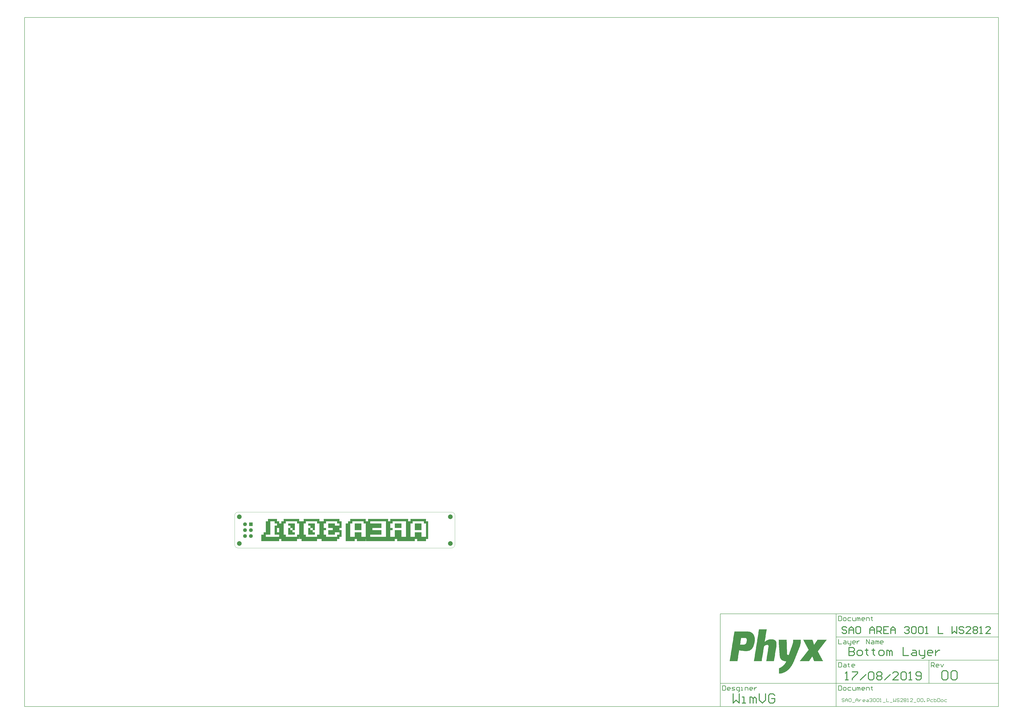
<source format=gbl>
G04*
G04 #@! TF.GenerationSoftware,Altium Limited,Altium Designer,18.1.7 (191)*
G04*
G04 Layer_Physical_Order=2*
G04 Layer_Color=16711680*
%FSLAX25Y25*%
%MOIN*%
G70*
G01*
G75*
%ADD10C,0.01575*%
%ADD12C,0.00787*%
%ADD15C,0.00394*%
%ADD16C,0.00984*%
%ADD25C,0.07874*%
%ADD26C,0.06496*%
%ADD27R,0.06496X0.06496*%
G36*
X324938Y45566D02*
X328706D01*
Y41837D01*
Y38029D01*
Y34220D01*
Y30452D01*
Y26643D01*
Y22835D01*
Y19106D01*
Y15378D01*
X324938D01*
Y11649D01*
X309824D01*
Y15378D01*
X306015D01*
Y11649D01*
X290901D01*
Y15378D01*
X290861D01*
Y11649D01*
X275747D01*
Y15378D01*
X271938D01*
Y11649D01*
X256825D01*
Y15378D01*
X256785D01*
Y11649D01*
X222748D01*
Y15378D01*
X222708D01*
Y11649D01*
X207594D01*
Y15378D01*
X203785D01*
Y11649D01*
X188672D01*
Y15378D01*
Y19106D01*
Y22835D01*
Y26643D01*
Y30452D01*
Y34220D01*
Y38029D01*
Y41837D01*
X192400D01*
Y45566D01*
X196209D01*
Y49374D01*
X222708D01*
Y45566D01*
X226477D01*
Y49374D01*
X260553D01*
Y45566D01*
X264362D01*
Y49374D01*
X294630D01*
Y45566D01*
X298438D01*
Y49374D01*
X324938D01*
Y45566D01*
D02*
G37*
G36*
X177847D02*
X181616D01*
Y41837D01*
Y38029D01*
Y34220D01*
X177847D01*
Y30452D01*
X181616D01*
Y26643D01*
Y22835D01*
Y19106D01*
X177847D01*
Y15378D01*
X174039D01*
Y11649D01*
X147539D01*
Y15378D01*
X143811D01*
Y19106D01*
X143771D01*
Y15378D01*
X139962D01*
Y11649D01*
X113463D01*
Y15378D01*
X109734D01*
Y19106D01*
X109694D01*
Y15378D01*
X105886D01*
Y11649D01*
X79386D01*
Y15378D01*
X75618D01*
Y11649D01*
X45310D01*
Y15378D01*
Y19106D01*
Y22835D01*
X49118D01*
Y26643D01*
X52887D01*
Y30452D01*
Y34220D01*
Y38029D01*
Y41837D01*
Y45566D01*
X56695D01*
Y49374D01*
X71809D01*
Y45566D01*
X75618D01*
Y41837D01*
Y38029D01*
Y34220D01*
X71809D01*
Y30452D01*
Y26643D01*
X75658D01*
Y30452D01*
Y34220D01*
Y38029D01*
Y41837D01*
X79386D01*
Y45566D01*
X83195D01*
Y49374D01*
X109694D01*
Y45566D01*
X117271D01*
Y49374D01*
X143771D01*
Y45566D01*
X151348D01*
Y49374D01*
X177847D01*
Y45566D01*
D02*
G37*
G36*
X1005337Y-155808D02*
X1005050D01*
Y-156094D01*
X1004764D01*
Y-156380D01*
Y-156667D01*
X1004478D01*
Y-156953D01*
X1004192D01*
Y-157239D01*
X1003905D01*
Y-157526D01*
Y-157812D01*
X1003619D01*
Y-158098D01*
X1003333D01*
Y-158385D01*
X1003046D01*
Y-158671D01*
X1002760D01*
Y-158957D01*
Y-159244D01*
X1002474D01*
Y-159530D01*
X1002187D01*
Y-159816D01*
X1001901D01*
Y-160102D01*
Y-160389D01*
X1001615D01*
Y-160675D01*
X1001328D01*
Y-160961D01*
X1001042D01*
Y-161248D01*
X1000756D01*
Y-161534D01*
Y-161820D01*
X1000469D01*
Y-162107D01*
X1000183D01*
Y-162393D01*
X999897D01*
Y-162679D01*
Y-162966D01*
X999611D01*
Y-163252D01*
X999324D01*
Y-163538D01*
X999038D01*
Y-163824D01*
Y-164111D01*
X998752D01*
Y-164397D01*
X998465D01*
Y-164683D01*
X998179D01*
Y-164970D01*
X997893D01*
Y-165256D01*
Y-165542D01*
X997606D01*
Y-165829D01*
X997320D01*
Y-166115D01*
X997034D01*
Y-166401D01*
Y-166688D01*
X996747D01*
Y-166974D01*
X996461D01*
Y-167260D01*
X996175D01*
Y-167547D01*
Y-167833D01*
X995889D01*
Y-168119D01*
X995602D01*
Y-168405D01*
X995316D01*
Y-168692D01*
X995030D01*
Y-168978D01*
Y-169264D01*
X994743D01*
Y-169551D01*
X994457D01*
Y-169837D01*
X994171D01*
Y-170123D01*
Y-170410D01*
X993884D01*
Y-170696D01*
X993598D01*
Y-170982D01*
X993312D01*
Y-171269D01*
Y-171555D01*
X993025D01*
Y-171841D01*
X992739D01*
Y-172127D01*
X992453D01*
Y-172414D01*
X992166D01*
Y-172700D01*
Y-172986D01*
X991880D01*
Y-173273D01*
X991594D01*
Y-173559D01*
X991308D01*
Y-173845D01*
Y-174132D01*
X991021D01*
Y-174418D01*
X990735D01*
Y-174704D01*
X990449D01*
Y-174991D01*
X990162D01*
Y-175277D01*
Y-175563D01*
X990449D01*
Y-175850D01*
Y-176136D01*
X990735D01*
Y-176422D01*
Y-176709D01*
X991021D01*
Y-176995D01*
X991308D01*
Y-177281D01*
Y-177568D01*
X991594D01*
Y-177854D01*
Y-178140D01*
X991880D01*
Y-178426D01*
Y-178713D01*
X992166D01*
Y-178999D01*
Y-179285D01*
X992453D01*
Y-179572D01*
Y-179858D01*
X992739D01*
Y-180144D01*
Y-180431D01*
X993025D01*
Y-180717D01*
Y-181003D01*
X993312D01*
Y-181290D01*
Y-181576D01*
X993598D01*
Y-181862D01*
X993884D01*
Y-182149D01*
Y-182435D01*
X994171D01*
Y-182721D01*
Y-183007D01*
X994457D01*
Y-183294D01*
Y-183580D01*
X994743D01*
Y-183866D01*
Y-184153D01*
X995030D01*
Y-184439D01*
Y-184725D01*
X995316D01*
Y-185012D01*
Y-185298D01*
X995602D01*
Y-185584D01*
Y-185871D01*
X995889D01*
Y-186157D01*
X996175D01*
Y-186443D01*
Y-186730D01*
X996461D01*
Y-187016D01*
Y-187302D01*
X996747D01*
Y-187588D01*
Y-187875D01*
X997034D01*
Y-188161D01*
Y-188447D01*
X997320D01*
Y-188734D01*
Y-189020D01*
X997606D01*
Y-189306D01*
Y-189593D01*
X997893D01*
Y-189879D01*
Y-190165D01*
X998179D01*
Y-190452D01*
X998465D01*
Y-190738D01*
Y-191024D01*
X998752D01*
Y-191311D01*
Y-191597D01*
X999038D01*
Y-191883D01*
X983863D01*
Y-191597D01*
X983577D01*
Y-191311D01*
Y-191024D01*
Y-190738D01*
X983291D01*
Y-190452D01*
Y-190165D01*
Y-189879D01*
X983004D01*
Y-189593D01*
Y-189306D01*
X982718D01*
Y-189020D01*
Y-188734D01*
Y-188447D01*
X982432D01*
Y-188161D01*
Y-187875D01*
Y-187588D01*
X982146D01*
Y-187302D01*
Y-187016D01*
X981859D01*
Y-186730D01*
Y-186443D01*
Y-186157D01*
X981573D01*
Y-185871D01*
Y-185584D01*
Y-185298D01*
X981287D01*
Y-185012D01*
Y-184725D01*
Y-184439D01*
X981000D01*
Y-184153D01*
X980428D01*
Y-184439D01*
Y-184725D01*
X980141D01*
Y-185012D01*
X979855D01*
Y-185298D01*
Y-185584D01*
X979569D01*
Y-185871D01*
X979282D01*
Y-186157D01*
Y-186443D01*
X978996D01*
Y-186730D01*
X978710D01*
Y-187016D01*
Y-187302D01*
X978423D01*
Y-187588D01*
X978137D01*
Y-187875D01*
X977851D01*
Y-188161D01*
Y-188447D01*
X977565D01*
Y-188734D01*
X977278D01*
Y-189020D01*
Y-189306D01*
X976992D01*
Y-189593D01*
X976705D01*
Y-189879D01*
Y-190165D01*
X976419D01*
Y-190452D01*
X976133D01*
Y-190738D01*
Y-191024D01*
X975847D01*
Y-191311D01*
X975560D01*
Y-191597D01*
Y-191883D01*
X959527D01*
Y-191597D01*
X959813D01*
Y-191311D01*
X960099D01*
Y-191024D01*
X960386D01*
Y-190738D01*
X960672D01*
Y-190452D01*
Y-190165D01*
X960958D01*
Y-189879D01*
X961245D01*
Y-189593D01*
X961531D01*
Y-189306D01*
X961817D01*
Y-189020D01*
Y-188734D01*
X962104D01*
Y-188447D01*
X962390D01*
Y-188161D01*
X962676D01*
Y-187875D01*
Y-187588D01*
X962963D01*
Y-187302D01*
X963249D01*
Y-187016D01*
X963535D01*
Y-186730D01*
X963822D01*
Y-186443D01*
Y-186157D01*
X964108D01*
Y-185871D01*
X964394D01*
Y-185584D01*
X964680D01*
Y-185298D01*
X964967D01*
Y-185012D01*
Y-184725D01*
X965253D01*
Y-184439D01*
X965539D01*
Y-184153D01*
X965826D01*
Y-183866D01*
Y-183580D01*
X966112D01*
Y-183294D01*
X966398D01*
Y-183007D01*
X966685D01*
Y-182721D01*
X966971D01*
Y-182435D01*
Y-182149D01*
X967257D01*
Y-181862D01*
X967544D01*
Y-181576D01*
X967830D01*
Y-181290D01*
Y-181003D01*
X968116D01*
Y-180717D01*
X968402D01*
Y-180431D01*
X968689D01*
Y-180144D01*
X968975D01*
Y-179858D01*
Y-179572D01*
X969261D01*
Y-179285D01*
X969548D01*
Y-178999D01*
X969834D01*
Y-178713D01*
Y-178426D01*
X970120D01*
Y-178140D01*
X970407D01*
Y-177854D01*
X970693D01*
Y-177568D01*
X970979D01*
Y-177281D01*
Y-176995D01*
X971266D01*
Y-176709D01*
X971552D01*
Y-176422D01*
X971838D01*
Y-176136D01*
X972124D01*
Y-175850D01*
Y-175563D01*
X972411D01*
Y-175277D01*
X972697D01*
Y-174991D01*
X972983D01*
Y-174704D01*
Y-174418D01*
X973270D01*
Y-174132D01*
X973556D01*
Y-173845D01*
X973842D01*
Y-173559D01*
X974129D01*
Y-173273D01*
Y-172986D01*
X974415D01*
Y-172700D01*
Y-172414D01*
Y-172127D01*
X974129D01*
Y-171841D01*
X973842D01*
Y-171555D01*
Y-171269D01*
X973556D01*
Y-170982D01*
Y-170696D01*
X973270D01*
Y-170410D01*
Y-170123D01*
X972983D01*
Y-169837D01*
Y-169551D01*
X972697D01*
Y-169264D01*
Y-168978D01*
X972411D01*
Y-168692D01*
Y-168405D01*
X972124D01*
Y-168119D01*
X971838D01*
Y-167833D01*
Y-167547D01*
X971552D01*
Y-167260D01*
Y-166974D01*
X971266D01*
Y-166688D01*
Y-166401D01*
X970979D01*
Y-166115D01*
Y-165829D01*
X970693D01*
Y-165542D01*
Y-165256D01*
X970407D01*
Y-164970D01*
Y-164683D01*
X970120D01*
Y-164397D01*
X969834D01*
Y-164111D01*
Y-163824D01*
X969548D01*
Y-163538D01*
Y-163252D01*
X969261D01*
Y-162966D01*
Y-162679D01*
X968975D01*
Y-162393D01*
Y-162107D01*
X968689D01*
Y-161820D01*
Y-161534D01*
X968402D01*
Y-161248D01*
Y-160961D01*
X968116D01*
Y-160675D01*
Y-160389D01*
X967830D01*
Y-160102D01*
X967544D01*
Y-159816D01*
Y-159530D01*
X967257D01*
Y-159244D01*
Y-158957D01*
X966971D01*
Y-158671D01*
Y-158385D01*
X966685D01*
Y-158098D01*
Y-157812D01*
X966398D01*
Y-157526D01*
Y-157239D01*
X966112D01*
Y-156953D01*
Y-156667D01*
X965826D01*
Y-156380D01*
X965539D01*
Y-156094D01*
Y-155808D01*
X965253D01*
Y-155521D01*
X981000D01*
Y-155808D01*
X981287D01*
Y-156094D01*
Y-156380D01*
Y-156667D01*
X981573D01*
Y-156953D01*
Y-157239D01*
Y-157526D01*
X981859D01*
Y-157812D01*
Y-158098D01*
Y-158385D01*
X982146D01*
Y-158671D01*
Y-158957D01*
Y-159244D01*
X982432D01*
Y-159530D01*
Y-159816D01*
Y-160102D01*
X982718D01*
Y-160389D01*
Y-160675D01*
Y-160961D01*
X983004D01*
Y-161248D01*
Y-161534D01*
Y-161820D01*
X983291D01*
Y-162107D01*
Y-162393D01*
Y-162679D01*
X983577D01*
Y-162966D01*
Y-163252D01*
Y-163538D01*
Y-163824D01*
X984150D01*
Y-163538D01*
X984436D01*
Y-163252D01*
X984722D01*
Y-162966D01*
Y-162679D01*
X985009D01*
Y-162393D01*
X985295D01*
Y-162107D01*
Y-161820D01*
X985581D01*
Y-161534D01*
X985868D01*
Y-161248D01*
Y-160961D01*
X986154D01*
Y-160675D01*
X986440D01*
Y-160389D01*
Y-160102D01*
X986726D01*
Y-159816D01*
X987013D01*
Y-159530D01*
Y-159244D01*
X987299D01*
Y-158957D01*
X987585D01*
Y-158671D01*
Y-158385D01*
X987872D01*
Y-158098D01*
X988158D01*
Y-157812D01*
Y-157526D01*
X988444D01*
Y-157239D01*
X988731D01*
Y-156953D01*
Y-156667D01*
X989017D01*
Y-156380D01*
X989303D01*
Y-156094D01*
Y-155808D01*
X989590D01*
Y-155521D01*
X1005337D01*
Y-155808D01*
D02*
G37*
G36*
X872201Y-141778D02*
X873919D01*
Y-142065D01*
X874778D01*
Y-142351D01*
X875637D01*
Y-142637D01*
X876496D01*
Y-142924D01*
X877069D01*
Y-143210D01*
X877355D01*
Y-143496D01*
X877928D01*
Y-143783D01*
X878214D01*
Y-144069D01*
X878786D01*
Y-144355D01*
X879073D01*
Y-144641D01*
X879359D01*
Y-144928D01*
X879646D01*
Y-145214D01*
X879932D01*
Y-145501D01*
X880218D01*
Y-145787D01*
X880504D01*
Y-146073D01*
Y-146359D01*
X880791D01*
Y-146646D01*
X881077D01*
Y-146932D01*
Y-147218D01*
X881363D01*
Y-147505D01*
X881650D01*
Y-147791D01*
Y-148077D01*
X881936D01*
Y-148364D01*
Y-148650D01*
Y-148936D01*
X882222D01*
Y-149223D01*
Y-149509D01*
Y-149795D01*
X882509D01*
Y-150082D01*
Y-150368D01*
Y-150654D01*
Y-150940D01*
X882795D01*
Y-151227D01*
Y-151513D01*
Y-151799D01*
Y-152086D01*
Y-152372D01*
X883081D01*
Y-152658D01*
Y-152945D01*
Y-153231D01*
Y-153517D01*
Y-153804D01*
Y-154090D01*
Y-154376D01*
Y-154663D01*
Y-154949D01*
Y-155235D01*
Y-155521D01*
Y-155808D01*
Y-156094D01*
Y-156380D01*
Y-156667D01*
Y-156953D01*
Y-157239D01*
Y-157526D01*
Y-157812D01*
Y-158098D01*
X882795D01*
Y-158385D01*
Y-158671D01*
Y-158957D01*
Y-159244D01*
Y-159530D01*
Y-159816D01*
Y-160102D01*
X882509D01*
Y-160389D01*
Y-160675D01*
Y-160961D01*
Y-161248D01*
Y-161534D01*
X882222D01*
Y-161820D01*
Y-162107D01*
Y-162393D01*
Y-162679D01*
Y-162966D01*
X881936D01*
Y-163252D01*
Y-163538D01*
Y-163824D01*
X881650D01*
Y-164111D01*
Y-164397D01*
Y-164683D01*
Y-164970D01*
X881363D01*
Y-165256D01*
Y-165542D01*
Y-165829D01*
X881077D01*
Y-166115D01*
Y-166401D01*
X880791D01*
Y-166688D01*
Y-166974D01*
Y-167260D01*
X880504D01*
Y-167547D01*
Y-167833D01*
X880218D01*
Y-168119D01*
Y-168405D01*
X879932D01*
Y-168692D01*
Y-168978D01*
X879646D01*
Y-169264D01*
X879359D01*
Y-169551D01*
Y-169837D01*
X879073D01*
Y-170123D01*
X878786D01*
Y-170410D01*
X878500D01*
Y-170696D01*
Y-170982D01*
X878214D01*
Y-171269D01*
X877928D01*
Y-171555D01*
X877641D01*
Y-171841D01*
X877355D01*
Y-172127D01*
X877069D01*
Y-172414D01*
X876496D01*
Y-172700D01*
X876210D01*
Y-172986D01*
X875637D01*
Y-173273D01*
X875351D01*
Y-173559D01*
X874778D01*
Y-173845D01*
X873919D01*
Y-174132D01*
X873060D01*
Y-174418D01*
X872201D01*
Y-174704D01*
X870483D01*
Y-174991D01*
X865330D01*
Y-174704D01*
X862753D01*
Y-174418D01*
X860749D01*
Y-174132D01*
X859317D01*
Y-173845D01*
X857886D01*
Y-173559D01*
X856454D01*
Y-173845D01*
Y-174132D01*
Y-174418D01*
Y-174704D01*
Y-174991D01*
Y-175277D01*
Y-175563D01*
X856168D01*
Y-175850D01*
Y-176136D01*
Y-176422D01*
Y-176709D01*
Y-176995D01*
Y-177281D01*
X855882D01*
Y-177568D01*
Y-177854D01*
Y-178140D01*
Y-178426D01*
Y-178713D01*
Y-178999D01*
X855595D01*
Y-179285D01*
Y-179572D01*
Y-179858D01*
Y-180144D01*
Y-180431D01*
Y-180717D01*
Y-181003D01*
X855309D01*
Y-181290D01*
Y-181576D01*
Y-181862D01*
Y-182149D01*
Y-182435D01*
Y-182721D01*
X855023D01*
Y-183007D01*
Y-183294D01*
Y-183580D01*
Y-183866D01*
Y-184153D01*
Y-184439D01*
X854736D01*
Y-184725D01*
Y-185012D01*
Y-185298D01*
Y-185584D01*
Y-185871D01*
Y-186157D01*
Y-186443D01*
X854450D01*
Y-186730D01*
Y-187016D01*
Y-187302D01*
Y-187588D01*
Y-187875D01*
Y-188161D01*
X854164D01*
Y-188447D01*
Y-188734D01*
Y-189020D01*
Y-189306D01*
Y-189593D01*
Y-189879D01*
X853877D01*
Y-190165D01*
Y-190452D01*
Y-190738D01*
Y-191024D01*
Y-191311D01*
Y-191597D01*
Y-191883D01*
X840421D01*
Y-191597D01*
X840707D01*
Y-191311D01*
Y-191024D01*
Y-190738D01*
Y-190452D01*
Y-190165D01*
X840993D01*
Y-189879D01*
Y-189593D01*
Y-189306D01*
Y-189020D01*
Y-188734D01*
Y-188447D01*
Y-188161D01*
X841280D01*
Y-187875D01*
Y-187588D01*
Y-187302D01*
Y-187016D01*
Y-186730D01*
Y-186443D01*
X841566D01*
Y-186157D01*
Y-185871D01*
Y-185584D01*
Y-185298D01*
Y-185012D01*
Y-184725D01*
X841852D01*
Y-184439D01*
Y-184153D01*
Y-183866D01*
Y-183580D01*
Y-183294D01*
Y-183007D01*
Y-182721D01*
X842138D01*
Y-182435D01*
Y-182149D01*
Y-181862D01*
Y-181576D01*
Y-181290D01*
Y-181003D01*
X842425D01*
Y-180717D01*
Y-180431D01*
Y-180144D01*
Y-179858D01*
Y-179572D01*
Y-179285D01*
X842711D01*
Y-178999D01*
Y-178713D01*
Y-178426D01*
Y-178140D01*
Y-177854D01*
Y-177568D01*
X842997D01*
Y-177281D01*
Y-176995D01*
Y-176709D01*
Y-176422D01*
Y-176136D01*
Y-175850D01*
Y-175563D01*
X843284D01*
Y-175277D01*
Y-174991D01*
Y-174704D01*
Y-174418D01*
Y-174132D01*
Y-173845D01*
X843570D01*
Y-173559D01*
Y-173273D01*
Y-172986D01*
Y-172700D01*
Y-172414D01*
Y-172127D01*
X843856D01*
Y-171841D01*
Y-171555D01*
Y-171269D01*
Y-170982D01*
Y-170696D01*
Y-170410D01*
X844143D01*
Y-170123D01*
Y-169837D01*
Y-169551D01*
Y-169264D01*
Y-168978D01*
Y-168692D01*
Y-168405D01*
X844429D01*
Y-168119D01*
Y-167833D01*
Y-167547D01*
Y-167260D01*
Y-166974D01*
Y-166688D01*
X844715D01*
Y-166401D01*
Y-166115D01*
Y-165829D01*
Y-165542D01*
Y-165256D01*
Y-164970D01*
X845002D01*
Y-164683D01*
Y-164397D01*
Y-164111D01*
Y-163824D01*
Y-163538D01*
Y-163252D01*
Y-162966D01*
X845288D01*
Y-162679D01*
Y-162393D01*
Y-162107D01*
Y-161820D01*
Y-161534D01*
Y-161248D01*
X845574D01*
Y-160961D01*
Y-160675D01*
Y-160389D01*
Y-160102D01*
Y-159816D01*
Y-159530D01*
X845861D01*
Y-159244D01*
Y-158957D01*
Y-158671D01*
Y-158385D01*
Y-158098D01*
Y-157812D01*
X846147D01*
Y-157526D01*
Y-157239D01*
Y-156953D01*
Y-156667D01*
Y-156380D01*
Y-156094D01*
Y-155808D01*
X846433D01*
Y-155521D01*
Y-155235D01*
Y-154949D01*
Y-154663D01*
Y-154376D01*
Y-154090D01*
X846719D01*
Y-153804D01*
Y-153517D01*
Y-153231D01*
Y-152945D01*
Y-152658D01*
Y-152372D01*
X847006D01*
Y-152086D01*
Y-151799D01*
Y-151513D01*
Y-151227D01*
Y-150940D01*
Y-150654D01*
Y-150368D01*
X847292D01*
Y-150082D01*
Y-149795D01*
Y-149509D01*
Y-149223D01*
Y-148936D01*
Y-148650D01*
X847578D01*
Y-148364D01*
Y-148077D01*
Y-147791D01*
Y-147505D01*
Y-147218D01*
Y-146932D01*
X847865D01*
Y-146646D01*
Y-146359D01*
Y-146073D01*
Y-145787D01*
Y-145501D01*
Y-145214D01*
Y-144928D01*
X848151D01*
Y-144641D01*
Y-144355D01*
Y-144069D01*
Y-143783D01*
Y-143496D01*
Y-143210D01*
X848437D01*
Y-142924D01*
Y-142637D01*
Y-142351D01*
Y-142065D01*
Y-141778D01*
Y-141492D01*
X872201D01*
Y-141778D01*
D02*
G37*
G36*
X961245Y-155808D02*
Y-156094D01*
Y-156380D01*
Y-156667D01*
Y-156953D01*
Y-157239D01*
Y-157526D01*
Y-157812D01*
Y-158098D01*
Y-158385D01*
Y-158671D01*
Y-158957D01*
Y-159244D01*
Y-159530D01*
Y-159816D01*
Y-160102D01*
Y-160389D01*
Y-160675D01*
Y-160961D01*
Y-161248D01*
Y-161534D01*
X960958D01*
Y-161820D01*
Y-162107D01*
Y-162393D01*
Y-162679D01*
Y-162966D01*
X960672D01*
Y-163252D01*
Y-163538D01*
Y-163824D01*
Y-164111D01*
X960386D01*
Y-164397D01*
Y-164683D01*
Y-164970D01*
Y-165256D01*
X960099D01*
Y-165542D01*
Y-165829D01*
Y-166115D01*
X959813D01*
Y-166401D01*
Y-166688D01*
Y-166974D01*
X959527D01*
Y-167260D01*
Y-167547D01*
Y-167833D01*
X959241D01*
Y-168119D01*
Y-168405D01*
Y-168692D01*
X958954D01*
Y-168978D01*
Y-169264D01*
X958668D01*
Y-169551D01*
Y-169837D01*
X958381D01*
Y-170123D01*
Y-170410D01*
Y-170696D01*
X958095D01*
Y-170982D01*
Y-171269D01*
X957809D01*
Y-171555D01*
Y-171841D01*
Y-172127D01*
X957523D01*
Y-172414D01*
Y-172700D01*
X957236D01*
Y-172986D01*
Y-173273D01*
Y-173559D01*
X956950D01*
Y-173845D01*
Y-174132D01*
X956664D01*
Y-174418D01*
Y-174704D01*
Y-174991D01*
X956377D01*
Y-175277D01*
Y-175563D01*
X956091D01*
Y-175850D01*
Y-176136D01*
Y-176422D01*
X955805D01*
Y-176709D01*
Y-176995D01*
X955518D01*
Y-177281D01*
Y-177568D01*
Y-177854D01*
X955232D01*
Y-178140D01*
Y-178426D01*
X954946D01*
Y-178713D01*
Y-178999D01*
Y-179285D01*
X954659D01*
Y-179572D01*
Y-179858D01*
X954373D01*
Y-180144D01*
Y-180431D01*
Y-180717D01*
X954087D01*
Y-181003D01*
Y-181290D01*
X953800D01*
Y-181576D01*
Y-181862D01*
Y-182149D01*
X953514D01*
Y-182435D01*
Y-182721D01*
X953228D01*
Y-183007D01*
Y-183294D01*
Y-183580D01*
X952942D01*
Y-183866D01*
Y-184153D01*
X952655D01*
Y-184439D01*
Y-184725D01*
Y-185012D01*
X952369D01*
Y-185298D01*
Y-185584D01*
X952083D01*
Y-185871D01*
Y-186157D01*
Y-186443D01*
X951796D01*
Y-186730D01*
Y-187016D01*
X951510D01*
Y-187302D01*
Y-187588D01*
Y-187875D01*
X951224D01*
Y-188161D01*
Y-188447D01*
X950937D01*
Y-188734D01*
Y-189020D01*
Y-189306D01*
X950651D01*
Y-189593D01*
Y-189879D01*
X950365D01*
Y-190165D01*
Y-190452D01*
Y-190738D01*
X950078D01*
Y-191024D01*
Y-191311D01*
X949792D01*
Y-191597D01*
Y-191883D01*
Y-192169D01*
X949506D01*
Y-192456D01*
Y-192742D01*
X949220D01*
Y-193028D01*
Y-193315D01*
X948933D01*
Y-193601D01*
Y-193887D01*
X948647D01*
Y-194174D01*
Y-194460D01*
Y-194746D01*
X948361D01*
Y-195033D01*
X948074D01*
Y-195319D01*
Y-195605D01*
Y-195891D01*
X947788D01*
Y-196178D01*
X947502D01*
Y-196464D01*
Y-196750D01*
X947215D01*
Y-197037D01*
Y-197323D01*
X946929D01*
Y-197609D01*
Y-197896D01*
X946643D01*
Y-198182D01*
Y-198468D01*
X946356D01*
Y-198755D01*
X946070D01*
Y-199041D01*
Y-199327D01*
X945784D01*
Y-199614D01*
Y-199900D01*
X945497D01*
Y-200186D01*
X945211D01*
Y-200472D01*
X944925D01*
Y-200759D01*
Y-201045D01*
X944639D01*
Y-201331D01*
X944352D01*
Y-201618D01*
Y-201904D01*
X944066D01*
Y-202190D01*
X943780D01*
Y-202477D01*
X943493D01*
Y-202763D01*
Y-203049D01*
X943207D01*
Y-203336D01*
X942921D01*
Y-203622D01*
X942634D01*
Y-203908D01*
X942348D01*
Y-204195D01*
X942062D01*
Y-204481D01*
Y-204767D01*
X941775D01*
Y-205053D01*
X941489D01*
Y-205340D01*
X941203D01*
Y-205626D01*
X940916D01*
Y-205912D01*
X940630D01*
Y-206199D01*
X940344D01*
Y-206485D01*
X940057D01*
Y-206771D01*
X939485D01*
Y-207058D01*
X939199D01*
Y-207344D01*
X938912D01*
Y-207630D01*
X938626D01*
Y-207917D01*
X938340D01*
Y-208203D01*
X937767D01*
Y-208489D01*
X937481D01*
Y-208776D01*
X936908D01*
Y-209062D01*
X936622D01*
Y-209348D01*
X936049D01*
Y-209634D01*
X935763D01*
Y-209921D01*
X935190D01*
Y-210207D01*
X934618D01*
Y-210493D01*
X934045D01*
Y-210780D01*
X933472D01*
Y-211066D01*
X932900D01*
Y-211352D01*
X932041D01*
Y-211639D01*
X931468D01*
Y-211925D01*
X930609D01*
Y-212211D01*
X929464D01*
Y-212498D01*
X928319D01*
Y-212784D01*
X926601D01*
Y-213070D01*
X924597D01*
Y-213357D01*
X924310D01*
Y-213070D01*
Y-212784D01*
Y-212498D01*
Y-212211D01*
Y-211925D01*
Y-211639D01*
Y-211352D01*
Y-211066D01*
Y-210780D01*
Y-210493D01*
Y-210207D01*
Y-209921D01*
Y-209634D01*
Y-209348D01*
Y-209062D01*
Y-208776D01*
Y-208489D01*
Y-208203D01*
Y-207917D01*
Y-207630D01*
Y-207344D01*
Y-207058D01*
Y-206771D01*
Y-206485D01*
Y-206199D01*
Y-205912D01*
Y-205626D01*
Y-205340D01*
Y-205053D01*
Y-204767D01*
Y-204481D01*
Y-204195D01*
Y-203908D01*
X924883D01*
Y-203622D01*
X925455D01*
Y-203336D01*
X926028D01*
Y-203049D01*
X926601D01*
Y-202763D01*
X927173D01*
Y-202477D01*
X927746D01*
Y-202190D01*
X928032D01*
Y-201904D01*
X928605D01*
Y-201618D01*
X928891D01*
Y-201331D01*
X929464D01*
Y-201045D01*
X929750D01*
Y-200759D01*
X930037D01*
Y-200472D01*
X930609D01*
Y-200186D01*
X930896D01*
Y-199900D01*
X931182D01*
Y-199614D01*
X931468D01*
Y-199327D01*
X931754D01*
Y-199041D01*
X932041D01*
Y-198755D01*
X932327D01*
Y-198468D01*
X932613D01*
Y-198182D01*
X932900D01*
Y-197896D01*
X933186D01*
Y-197609D01*
X933472D01*
Y-197323D01*
X933759D01*
Y-197037D01*
Y-196750D01*
X934045D01*
Y-196464D01*
X934331D01*
Y-196178D01*
X934618D01*
Y-195891D01*
Y-195605D01*
X934904D01*
Y-195319D01*
X935190D01*
Y-195033D01*
Y-194746D01*
X935476D01*
Y-194460D01*
Y-194174D01*
X935763D01*
Y-193887D01*
X936049D01*
Y-193601D01*
Y-193315D01*
X936335D01*
Y-193028D01*
Y-192742D01*
X936622D01*
Y-192456D01*
Y-192169D01*
X934904D01*
Y-191883D01*
X932900D01*
Y-191597D01*
X931754D01*
Y-191311D01*
X931182D01*
Y-191024D01*
X930323D01*
Y-190738D01*
X929750D01*
Y-190452D01*
X929464D01*
Y-190165D01*
X928891D01*
Y-189879D01*
X928605D01*
Y-189593D01*
X928319D01*
Y-189306D01*
X928032D01*
Y-189020D01*
X927746D01*
Y-188734D01*
X927460D01*
Y-188447D01*
Y-188161D01*
X927173D01*
Y-187875D01*
X926887D01*
Y-187588D01*
Y-187302D01*
X926601D01*
Y-187016D01*
Y-186730D01*
X926315D01*
Y-186443D01*
Y-186157D01*
X926028D01*
Y-185871D01*
Y-185584D01*
Y-185298D01*
X925742D01*
Y-185012D01*
Y-184725D01*
Y-184439D01*
Y-184153D01*
X925455D01*
Y-183866D01*
Y-183580D01*
Y-183294D01*
Y-183007D01*
Y-182721D01*
Y-182435D01*
Y-182149D01*
X925169D01*
Y-181862D01*
Y-181576D01*
Y-181290D01*
Y-181003D01*
Y-180717D01*
Y-180431D01*
Y-180144D01*
Y-179858D01*
Y-179572D01*
Y-179285D01*
Y-178999D01*
Y-178713D01*
Y-178426D01*
Y-178140D01*
Y-177854D01*
X924883D01*
Y-177568D01*
Y-177281D01*
Y-176995D01*
Y-176709D01*
Y-176422D01*
Y-176136D01*
Y-175850D01*
Y-175563D01*
Y-175277D01*
Y-174991D01*
Y-174704D01*
Y-174418D01*
Y-174132D01*
Y-173845D01*
Y-173559D01*
X924597D01*
Y-173273D01*
Y-172986D01*
Y-172700D01*
Y-172414D01*
Y-172127D01*
Y-171841D01*
Y-171555D01*
Y-171269D01*
Y-170982D01*
Y-170696D01*
Y-170410D01*
Y-170123D01*
Y-169837D01*
Y-169551D01*
Y-169264D01*
Y-168978D01*
X924310D01*
Y-168692D01*
Y-168405D01*
Y-168119D01*
Y-167833D01*
Y-167547D01*
Y-167260D01*
Y-166974D01*
Y-166688D01*
Y-166401D01*
Y-166115D01*
Y-165829D01*
Y-165542D01*
Y-165256D01*
Y-164970D01*
Y-164683D01*
Y-164397D01*
X924024D01*
Y-164111D01*
Y-163824D01*
Y-163538D01*
Y-163252D01*
Y-162966D01*
Y-162679D01*
Y-162393D01*
Y-162107D01*
Y-161820D01*
Y-161534D01*
Y-161248D01*
Y-160961D01*
Y-160675D01*
Y-160389D01*
X923738D01*
Y-160102D01*
Y-159816D01*
Y-159530D01*
Y-159244D01*
Y-158957D01*
Y-158671D01*
Y-158385D01*
Y-158098D01*
Y-157812D01*
Y-157526D01*
Y-157239D01*
Y-156953D01*
Y-156667D01*
Y-156380D01*
Y-156094D01*
Y-155808D01*
X923451D01*
Y-155521D01*
X937194D01*
Y-155808D01*
Y-156094D01*
Y-156380D01*
Y-156667D01*
Y-156953D01*
Y-157239D01*
Y-157526D01*
Y-157812D01*
Y-158098D01*
Y-158385D01*
Y-158671D01*
Y-158957D01*
Y-159244D01*
Y-159530D01*
X937481D01*
Y-159816D01*
Y-160102D01*
Y-160389D01*
Y-160675D01*
Y-160961D01*
Y-161248D01*
Y-161534D01*
Y-161820D01*
Y-162107D01*
Y-162393D01*
Y-162679D01*
Y-162966D01*
Y-163252D01*
Y-163538D01*
Y-163824D01*
Y-164111D01*
Y-164397D01*
Y-164683D01*
Y-164970D01*
Y-165256D01*
Y-165542D01*
Y-165829D01*
Y-166115D01*
Y-166401D01*
Y-166688D01*
Y-166974D01*
Y-167260D01*
Y-167547D01*
Y-167833D01*
Y-168119D01*
Y-168405D01*
Y-168692D01*
Y-168978D01*
Y-169264D01*
Y-169551D01*
Y-169837D01*
Y-170123D01*
Y-170410D01*
Y-170696D01*
Y-170982D01*
Y-171269D01*
X937767D01*
Y-171555D01*
X937481D01*
Y-171841D01*
Y-172127D01*
X937767D01*
Y-172414D01*
Y-172700D01*
Y-172986D01*
Y-173273D01*
Y-173559D01*
Y-173845D01*
Y-174132D01*
Y-174418D01*
Y-174704D01*
Y-174991D01*
Y-175277D01*
Y-175563D01*
Y-175850D01*
Y-176136D01*
Y-176422D01*
Y-176709D01*
Y-176995D01*
Y-177281D01*
Y-177568D01*
Y-177854D01*
Y-178140D01*
Y-178426D01*
Y-178713D01*
Y-178999D01*
Y-179285D01*
Y-179572D01*
X938053D01*
Y-179858D01*
Y-180144D01*
Y-180431D01*
X938340D01*
Y-180717D01*
X938626D01*
Y-181003D01*
X938912D01*
Y-181290D01*
X939771D01*
Y-181576D01*
X940630D01*
Y-181290D01*
X940916D01*
Y-181003D01*
Y-180717D01*
Y-180431D01*
X941203D01*
Y-180144D01*
Y-179858D01*
X941489D01*
Y-179572D01*
Y-179285D01*
Y-178999D01*
X941775D01*
Y-178713D01*
Y-178426D01*
Y-178140D01*
X942062D01*
Y-177854D01*
Y-177568D01*
Y-177281D01*
X942348D01*
Y-176995D01*
Y-176709D01*
Y-176422D01*
X942634D01*
Y-176136D01*
Y-175850D01*
X942921D01*
Y-175563D01*
Y-175277D01*
Y-174991D01*
X943207D01*
Y-174704D01*
Y-174418D01*
Y-174132D01*
X943493D01*
Y-173845D01*
Y-173559D01*
Y-173273D01*
X943780D01*
Y-172986D01*
Y-172700D01*
X944066D01*
Y-172414D01*
Y-172127D01*
Y-171841D01*
X944352D01*
Y-171555D01*
Y-171269D01*
Y-170982D01*
X944639D01*
Y-170696D01*
Y-170410D01*
Y-170123D01*
X944925D01*
Y-169837D01*
Y-169551D01*
X945211D01*
Y-169264D01*
Y-168978D01*
Y-168692D01*
X945497D01*
Y-168405D01*
Y-168119D01*
Y-167833D01*
X945784D01*
Y-167547D01*
Y-167260D01*
Y-166974D01*
X946070D01*
Y-166688D01*
Y-166401D01*
X946356D01*
Y-166115D01*
Y-165829D01*
Y-165542D01*
X946643D01*
Y-165256D01*
Y-164970D01*
Y-164683D01*
X946929D01*
Y-164397D01*
Y-164111D01*
Y-163824D01*
X947215D01*
Y-163538D01*
Y-163252D01*
Y-162966D01*
Y-162679D01*
X947502D01*
Y-162393D01*
Y-162107D01*
Y-161820D01*
Y-161534D01*
X947788D01*
Y-161248D01*
Y-160961D01*
Y-160675D01*
Y-160389D01*
Y-160102D01*
X948074D01*
Y-159816D01*
Y-159530D01*
Y-159244D01*
Y-158957D01*
Y-158671D01*
Y-158385D01*
X948361D01*
Y-158098D01*
Y-157812D01*
Y-157526D01*
Y-157239D01*
Y-156953D01*
Y-156667D01*
Y-156380D01*
Y-156094D01*
Y-155808D01*
Y-155521D01*
X961245D01*
Y-155808D01*
D02*
G37*
G36*
X903409Y-138343D02*
Y-138629D01*
X903123D01*
Y-138915D01*
Y-139202D01*
Y-139488D01*
Y-139774D01*
Y-140060D01*
Y-140347D01*
X902837D01*
Y-140633D01*
Y-140919D01*
Y-141206D01*
Y-141492D01*
Y-141778D01*
Y-142065D01*
X902551D01*
Y-142351D01*
Y-142637D01*
Y-142924D01*
Y-143210D01*
Y-143496D01*
Y-143783D01*
Y-144069D01*
X902264D01*
Y-144355D01*
Y-144641D01*
Y-144928D01*
Y-145214D01*
Y-145501D01*
Y-145787D01*
X901978D01*
Y-146073D01*
Y-146359D01*
Y-146646D01*
Y-146932D01*
Y-147218D01*
Y-147505D01*
X901692D01*
Y-147791D01*
Y-148077D01*
Y-148364D01*
Y-148650D01*
Y-148936D01*
Y-149223D01*
Y-149509D01*
X901405D01*
Y-149795D01*
Y-150082D01*
Y-150368D01*
Y-150654D01*
Y-150940D01*
Y-151227D01*
X901119D01*
Y-151513D01*
Y-151799D01*
Y-152086D01*
Y-152372D01*
Y-152658D01*
Y-152945D01*
X900833D01*
Y-153231D01*
Y-153517D01*
Y-153804D01*
Y-154090D01*
Y-154376D01*
Y-154663D01*
X900546D01*
Y-154949D01*
Y-155235D01*
Y-155521D01*
Y-155808D01*
Y-156094D01*
Y-156380D01*
Y-156667D01*
X900260D01*
Y-156953D01*
Y-157239D01*
Y-157526D01*
Y-157812D01*
Y-158098D01*
Y-158385D01*
X899974D01*
Y-158671D01*
Y-158957D01*
X900546D01*
Y-158671D01*
X900833D01*
Y-158385D01*
X901119D01*
Y-158098D01*
X901692D01*
Y-157812D01*
X901978D01*
Y-157526D01*
X902264D01*
Y-157239D01*
X902837D01*
Y-156953D01*
X903409D01*
Y-156667D01*
X903696D01*
Y-156380D01*
X904268D01*
Y-156094D01*
X905127D01*
Y-155808D01*
X905700D01*
Y-155521D01*
X906559D01*
Y-155235D01*
X907990D01*
Y-154949D01*
X914289D01*
Y-155235D01*
X915435D01*
Y-155521D01*
X916294D01*
Y-155808D01*
X916866D01*
Y-156094D01*
X917153D01*
Y-156380D01*
X917725D01*
Y-156667D01*
X918011D01*
Y-156953D01*
X918298D01*
Y-157239D01*
X918584D01*
Y-157526D01*
X918870D01*
Y-157812D01*
Y-158098D01*
X919157D01*
Y-158385D01*
Y-158671D01*
X919443D01*
Y-158957D01*
Y-159244D01*
Y-159530D01*
X919729D01*
Y-159816D01*
Y-160102D01*
Y-160389D01*
Y-160675D01*
X920016D01*
Y-160961D01*
Y-161248D01*
Y-161534D01*
Y-161820D01*
Y-162107D01*
Y-162393D01*
Y-162679D01*
Y-162966D01*
Y-163252D01*
Y-163538D01*
Y-163824D01*
Y-164111D01*
Y-164397D01*
Y-164683D01*
Y-164970D01*
Y-165256D01*
Y-165542D01*
Y-165829D01*
X919729D01*
Y-166115D01*
Y-166401D01*
Y-166688D01*
Y-166974D01*
Y-167260D01*
Y-167547D01*
Y-167833D01*
X919443D01*
Y-168119D01*
Y-168405D01*
Y-168692D01*
Y-168978D01*
Y-169264D01*
Y-169551D01*
Y-169837D01*
X919157D01*
Y-170123D01*
Y-170410D01*
Y-170696D01*
Y-170982D01*
Y-171269D01*
Y-171555D01*
X918870D01*
Y-171841D01*
Y-172127D01*
Y-172414D01*
Y-172700D01*
Y-172986D01*
Y-173273D01*
X918584D01*
Y-173559D01*
Y-173845D01*
Y-174132D01*
Y-174418D01*
Y-174704D01*
Y-174991D01*
X918298D01*
Y-175277D01*
Y-175563D01*
Y-175850D01*
Y-176136D01*
Y-176422D01*
Y-176709D01*
Y-176995D01*
X918011D01*
Y-177281D01*
Y-177568D01*
Y-177854D01*
Y-178140D01*
Y-178426D01*
Y-178713D01*
X917725D01*
Y-178999D01*
Y-179285D01*
Y-179572D01*
Y-179858D01*
Y-180144D01*
Y-180431D01*
X917439D01*
Y-180717D01*
Y-181003D01*
Y-181290D01*
Y-181576D01*
Y-181862D01*
Y-182149D01*
Y-182435D01*
X917153D01*
Y-182721D01*
Y-183007D01*
Y-183294D01*
Y-183580D01*
Y-183866D01*
Y-184153D01*
X916866D01*
Y-184439D01*
Y-184725D01*
Y-185012D01*
Y-185298D01*
Y-185584D01*
Y-185871D01*
X916580D01*
Y-186157D01*
Y-186443D01*
Y-186730D01*
Y-187016D01*
Y-187302D01*
Y-187588D01*
X916294D01*
Y-187875D01*
Y-188161D01*
Y-188447D01*
Y-188734D01*
Y-189020D01*
Y-189306D01*
Y-189593D01*
X916007D01*
Y-189879D01*
Y-190165D01*
Y-190452D01*
Y-190738D01*
Y-191024D01*
Y-191311D01*
X915721D01*
Y-191597D01*
Y-191883D01*
X902551D01*
Y-191597D01*
Y-191311D01*
X902837D01*
Y-191024D01*
Y-190738D01*
Y-190452D01*
Y-190165D01*
Y-189879D01*
Y-189593D01*
X903123D01*
Y-189306D01*
Y-189020D01*
Y-188734D01*
Y-188447D01*
Y-188161D01*
Y-187875D01*
Y-187588D01*
X903409D01*
Y-187302D01*
Y-187016D01*
Y-186730D01*
Y-186443D01*
Y-186157D01*
Y-185871D01*
X903696D01*
Y-185584D01*
Y-185298D01*
Y-185012D01*
Y-184725D01*
Y-184439D01*
Y-184153D01*
X903982D01*
Y-183866D01*
Y-183580D01*
Y-183294D01*
Y-183007D01*
Y-182721D01*
Y-182435D01*
Y-182149D01*
X904268D01*
Y-181862D01*
Y-181576D01*
Y-181290D01*
Y-181003D01*
Y-180717D01*
Y-180431D01*
X904555D01*
Y-180144D01*
Y-179858D01*
Y-179572D01*
Y-179285D01*
Y-178999D01*
Y-178713D01*
Y-178426D01*
X904841D01*
Y-178140D01*
Y-177854D01*
Y-177568D01*
Y-177281D01*
Y-176995D01*
Y-176709D01*
X905127D01*
Y-176422D01*
Y-176136D01*
Y-175850D01*
Y-175563D01*
Y-175277D01*
Y-174991D01*
X905414D01*
Y-174704D01*
Y-174418D01*
Y-174132D01*
Y-173845D01*
Y-173559D01*
Y-173273D01*
X905700D01*
Y-172986D01*
Y-172700D01*
Y-172414D01*
Y-172127D01*
Y-171841D01*
Y-171555D01*
Y-171269D01*
X905986D01*
Y-170982D01*
Y-170696D01*
Y-170410D01*
Y-170123D01*
Y-169837D01*
Y-169551D01*
X906273D01*
Y-169264D01*
Y-168978D01*
Y-168692D01*
Y-168405D01*
Y-168119D01*
Y-167833D01*
Y-167547D01*
X906559D01*
Y-167260D01*
Y-166974D01*
Y-166688D01*
Y-166401D01*
Y-166115D01*
Y-165829D01*
X906273D01*
Y-165542D01*
Y-165256D01*
X905986D01*
Y-164970D01*
X905700D01*
Y-164683D01*
X905127D01*
Y-164397D01*
X903409D01*
Y-164683D01*
X901978D01*
Y-164970D01*
X901119D01*
Y-165256D01*
X900546D01*
Y-165542D01*
X900260D01*
Y-165829D01*
X899687D01*
Y-166115D01*
X899401D01*
Y-166401D01*
X899115D01*
Y-166688D01*
Y-166974D01*
X898828D01*
Y-167260D01*
Y-167547D01*
Y-167833D01*
X898542D01*
Y-168119D01*
Y-168405D01*
Y-168692D01*
Y-168978D01*
Y-169264D01*
Y-169551D01*
X898256D01*
Y-169837D01*
Y-170123D01*
Y-170410D01*
Y-170696D01*
Y-170982D01*
Y-171269D01*
Y-171555D01*
X897970D01*
Y-171841D01*
Y-172127D01*
Y-172414D01*
Y-172700D01*
Y-172986D01*
Y-173273D01*
X897683D01*
Y-173559D01*
Y-173845D01*
Y-174132D01*
Y-174418D01*
Y-174704D01*
Y-174991D01*
X897397D01*
Y-175277D01*
Y-175563D01*
Y-175850D01*
Y-176136D01*
Y-176422D01*
Y-176709D01*
X897111D01*
Y-176995D01*
Y-177281D01*
Y-177568D01*
Y-177854D01*
Y-178140D01*
Y-178426D01*
Y-178713D01*
X896824D01*
Y-178999D01*
Y-179285D01*
Y-179572D01*
Y-179858D01*
Y-180144D01*
Y-180431D01*
X896538D01*
Y-180717D01*
Y-181003D01*
Y-181290D01*
Y-181576D01*
Y-181862D01*
Y-182149D01*
X896252D01*
Y-182435D01*
Y-182721D01*
Y-183007D01*
Y-183294D01*
Y-183580D01*
Y-183866D01*
Y-184153D01*
X895965D01*
Y-184439D01*
Y-184725D01*
Y-185012D01*
Y-185298D01*
Y-185584D01*
Y-185871D01*
X895679D01*
Y-186157D01*
Y-186443D01*
Y-186730D01*
Y-187016D01*
Y-187302D01*
Y-187588D01*
X895393D01*
Y-187875D01*
Y-188161D01*
Y-188447D01*
Y-188734D01*
Y-189020D01*
Y-189306D01*
X895106D01*
Y-189593D01*
Y-189879D01*
Y-190165D01*
Y-190452D01*
Y-190738D01*
Y-191024D01*
Y-191311D01*
X894820D01*
Y-191597D01*
Y-191883D01*
X881650D01*
Y-191597D01*
Y-191311D01*
X881936D01*
Y-191024D01*
Y-190738D01*
Y-190452D01*
Y-190165D01*
Y-189879D01*
Y-189593D01*
Y-189306D01*
X882222D01*
Y-189020D01*
Y-188734D01*
Y-188447D01*
Y-188161D01*
Y-187875D01*
Y-187588D01*
X882509D01*
Y-187302D01*
Y-187016D01*
Y-186730D01*
Y-186443D01*
Y-186157D01*
Y-185871D01*
X882795D01*
Y-185584D01*
Y-185298D01*
Y-185012D01*
Y-184725D01*
Y-184439D01*
Y-184153D01*
Y-183866D01*
X883081D01*
Y-183580D01*
Y-183294D01*
Y-183007D01*
Y-182721D01*
Y-182435D01*
Y-182149D01*
X883368D01*
Y-181862D01*
Y-181576D01*
Y-181290D01*
Y-181003D01*
Y-180717D01*
Y-180431D01*
X883654D01*
Y-180144D01*
Y-179858D01*
Y-179572D01*
Y-179285D01*
Y-178999D01*
Y-178713D01*
X883940D01*
Y-178426D01*
Y-178140D01*
Y-177854D01*
Y-177568D01*
Y-177281D01*
Y-176995D01*
Y-176709D01*
X884227D01*
Y-176422D01*
Y-176136D01*
Y-175850D01*
Y-175563D01*
Y-175277D01*
Y-174991D01*
X884513D01*
Y-174704D01*
Y-174418D01*
Y-174132D01*
Y-173845D01*
Y-173559D01*
Y-173273D01*
X884799D01*
Y-172986D01*
Y-172700D01*
Y-172414D01*
Y-172127D01*
Y-171841D01*
Y-171555D01*
Y-171269D01*
X885085D01*
Y-170982D01*
Y-170696D01*
Y-170410D01*
Y-170123D01*
Y-169837D01*
Y-169551D01*
X885372D01*
Y-169264D01*
Y-168978D01*
Y-168692D01*
Y-168405D01*
Y-168119D01*
Y-167833D01*
X885658D01*
Y-167547D01*
Y-167260D01*
Y-166974D01*
Y-166688D01*
Y-166401D01*
Y-166115D01*
X885944D01*
Y-165829D01*
Y-165542D01*
Y-165256D01*
Y-164970D01*
Y-164683D01*
Y-164397D01*
Y-164111D01*
X886231D01*
Y-163824D01*
Y-163538D01*
Y-163252D01*
Y-162966D01*
Y-162679D01*
Y-162393D01*
X886517D01*
Y-162107D01*
Y-161820D01*
Y-161534D01*
Y-161248D01*
Y-160961D01*
Y-160675D01*
X886803D01*
Y-160389D01*
Y-160102D01*
Y-159816D01*
Y-159530D01*
Y-159244D01*
Y-158957D01*
X887090D01*
Y-158671D01*
Y-158385D01*
Y-158098D01*
Y-157812D01*
Y-157526D01*
Y-157239D01*
Y-156953D01*
X887376D01*
Y-156667D01*
Y-156380D01*
Y-156094D01*
Y-155808D01*
Y-155521D01*
Y-155235D01*
X887662D01*
Y-154949D01*
Y-154663D01*
Y-154376D01*
Y-154090D01*
Y-153804D01*
Y-153517D01*
X887949D01*
Y-153231D01*
Y-152945D01*
Y-152658D01*
Y-152372D01*
Y-152086D01*
Y-151799D01*
Y-151513D01*
X888235D01*
Y-151227D01*
Y-150940D01*
Y-150654D01*
Y-150368D01*
Y-150082D01*
Y-149795D01*
X888521D01*
Y-149509D01*
Y-149223D01*
Y-148936D01*
Y-148650D01*
Y-148364D01*
Y-148077D01*
X888807D01*
Y-147791D01*
Y-147505D01*
Y-147218D01*
Y-146932D01*
Y-146646D01*
Y-146359D01*
X889094D01*
Y-146073D01*
Y-145787D01*
Y-145501D01*
Y-145214D01*
Y-144928D01*
Y-144641D01*
Y-144355D01*
X889380D01*
Y-144069D01*
Y-143783D01*
Y-143496D01*
Y-143210D01*
Y-142924D01*
Y-142637D01*
X889666D01*
Y-142351D01*
Y-142065D01*
Y-141778D01*
Y-141492D01*
Y-141206D01*
Y-140919D01*
X889953D01*
Y-140633D01*
Y-140347D01*
Y-140060D01*
Y-139774D01*
Y-139488D01*
Y-139202D01*
Y-138915D01*
X890239D01*
Y-138629D01*
Y-138343D01*
Y-138056D01*
X903409D01*
Y-138343D01*
D02*
G37*
%LPC*%
G36*
X321129Y45566D02*
X302206D01*
Y41837D01*
X298438D01*
Y38029D01*
Y34220D01*
Y30452D01*
Y26643D01*
Y22835D01*
Y19106D01*
X306015D01*
Y22835D01*
Y26643D01*
X317320D01*
Y22835D01*
Y19106D01*
X324938D01*
Y22835D01*
Y26643D01*
Y30452D01*
Y34220D01*
Y38029D01*
Y41837D01*
X321129D01*
Y45566D01*
D02*
G37*
G36*
X290861D02*
X268130D01*
Y41837D01*
X264362D01*
Y38029D01*
Y34220D01*
X268130D01*
Y30452D01*
X264362D01*
Y26643D01*
Y22835D01*
Y19106D01*
X271938D01*
Y22835D01*
Y26643D01*
Y30452D01*
X283244D01*
Y26643D01*
Y22835D01*
Y19106D01*
X290861D01*
Y22835D01*
Y26643D01*
Y30452D01*
Y34220D01*
Y38029D01*
Y41837D01*
Y45566D01*
D02*
G37*
G36*
X256785D02*
X230285D01*
Y41837D01*
X249167D01*
Y38029D01*
Y34220D01*
X234053D01*
Y30452D01*
X249167D01*
Y26643D01*
Y22835D01*
X230285D01*
Y19106D01*
X256785D01*
Y22835D01*
Y26643D01*
Y30452D01*
Y34220D01*
Y38029D01*
Y41837D01*
Y45566D01*
D02*
G37*
G36*
X218899D02*
X199977D01*
Y41837D01*
X196209D01*
Y38029D01*
Y34220D01*
Y30452D01*
Y26643D01*
Y22835D01*
Y19106D01*
X203785D01*
Y22835D01*
Y26643D01*
X215091D01*
Y22835D01*
Y19106D01*
X222708D01*
Y22835D01*
Y26643D01*
Y30452D01*
Y34220D01*
Y38029D01*
Y41837D01*
X218899D01*
Y45566D01*
D02*
G37*
%LPD*%
G36*
X317320Y38029D02*
Y34220D01*
Y30452D01*
X306015D01*
Y34220D01*
Y38029D01*
Y41837D01*
X317320D01*
Y38029D01*
D02*
G37*
G36*
X283244D02*
Y34220D01*
X271938D01*
Y38029D01*
Y41837D01*
X283244D01*
Y38029D01*
D02*
G37*
G36*
X215091D02*
Y34220D01*
Y30452D01*
X203785D01*
Y34220D01*
Y38029D01*
Y41837D01*
X215091D01*
Y38029D01*
D02*
G37*
%LPC*%
G36*
X174039Y45566D02*
X155116D01*
Y41837D01*
X151348D01*
Y38029D01*
Y34220D01*
X155116D01*
Y30452D01*
X151348D01*
Y26643D01*
Y22835D01*
X155116D01*
Y19106D01*
X174039D01*
Y22835D01*
X177847D01*
Y26643D01*
X170230D01*
Y22835D01*
X158925D01*
Y26643D01*
Y30452D01*
X166542D01*
Y34220D01*
X158925D01*
Y38029D01*
Y41837D01*
X170230D01*
Y38029D01*
X177847D01*
Y41837D01*
X174039D01*
Y45566D01*
D02*
G37*
G36*
X139962D02*
X121040D01*
Y41837D01*
X117271D01*
Y38029D01*
Y34220D01*
Y30452D01*
Y26643D01*
Y22835D01*
X121040D01*
Y19106D01*
X139962D01*
Y22835D01*
X143771D01*
Y26643D01*
Y30452D01*
Y34220D01*
Y38029D01*
Y41837D01*
X139962D01*
Y45566D01*
D02*
G37*
G36*
X105886D02*
X86963D01*
Y41837D01*
X83195D01*
Y38029D01*
Y34220D01*
Y30452D01*
Y26643D01*
Y22835D01*
X86963D01*
Y19106D01*
X105886D01*
Y22835D01*
X109694D01*
Y26643D01*
Y30452D01*
Y34220D01*
Y38029D01*
Y41837D01*
X105886D01*
Y45566D01*
D02*
G37*
G36*
X68001D02*
X60504D01*
Y41837D01*
Y38029D01*
Y34220D01*
Y30452D01*
Y26643D01*
Y22835D01*
X52887D01*
Y19106D01*
X75618D01*
Y22835D01*
X68001D01*
Y26643D01*
Y30452D01*
Y34220D01*
Y38029D01*
X71809D01*
Y41837D01*
X68001D01*
Y45566D01*
D02*
G37*
%LPD*%
G36*
X136154Y38029D02*
Y34220D01*
Y30452D01*
X132465D01*
Y34220D01*
X128657D01*
Y38029D01*
X124848D01*
Y41837D01*
X136154D01*
Y38029D01*
D02*
G37*
G36*
X128657Y30452D02*
X132465D01*
Y26643D01*
X136154D01*
Y22835D01*
X124848D01*
Y26643D01*
Y30452D01*
Y34220D01*
X128657D01*
Y30452D01*
D02*
G37*
G36*
X102077Y38029D02*
Y34220D01*
Y30452D01*
X98389D01*
Y34220D01*
X94580D01*
Y38029D01*
X90772D01*
Y41837D01*
X102077D01*
Y38029D01*
D02*
G37*
G36*
X94580Y30452D02*
X98389D01*
Y26643D01*
X102077D01*
Y22835D01*
X90772D01*
Y26643D01*
Y30452D01*
Y34220D01*
X94580D01*
Y30452D01*
D02*
G37*
%LPC*%
G36*
X867907Y-152658D02*
X859890D01*
Y-152945D01*
Y-153231D01*
Y-153517D01*
Y-153804D01*
Y-154090D01*
X859604D01*
Y-154376D01*
Y-154663D01*
Y-154949D01*
Y-155235D01*
Y-155521D01*
Y-155808D01*
X859317D01*
Y-156094D01*
Y-156380D01*
Y-156667D01*
Y-156953D01*
Y-157239D01*
Y-157526D01*
X859031D01*
Y-157812D01*
Y-158098D01*
Y-158385D01*
Y-158671D01*
Y-158957D01*
Y-159244D01*
X858745D01*
Y-159530D01*
Y-159816D01*
Y-160102D01*
Y-160389D01*
Y-160675D01*
Y-160961D01*
Y-161248D01*
X858458D01*
Y-161534D01*
Y-161820D01*
Y-162107D01*
Y-162393D01*
Y-162679D01*
Y-162966D01*
X858172D01*
Y-163252D01*
Y-163538D01*
Y-163824D01*
X865330D01*
Y-163538D01*
X866475D01*
Y-163252D01*
X867048D01*
Y-162966D01*
X867334D01*
Y-162679D01*
X867620D01*
Y-162393D01*
X867907D01*
Y-162107D01*
X868193D01*
Y-161820D01*
Y-161534D01*
X868479D01*
Y-161248D01*
Y-160961D01*
X868766D01*
Y-160675D01*
Y-160389D01*
X869052D01*
Y-160102D01*
Y-159816D01*
Y-159530D01*
Y-159244D01*
X869338D01*
Y-158957D01*
Y-158671D01*
Y-158385D01*
Y-158098D01*
Y-157812D01*
X869625D01*
Y-157526D01*
Y-157239D01*
Y-156953D01*
Y-156667D01*
Y-156380D01*
Y-156094D01*
Y-155808D01*
Y-155521D01*
Y-155235D01*
Y-154949D01*
Y-154663D01*
X869338D01*
Y-154376D01*
Y-154090D01*
X869052D01*
Y-153804D01*
Y-153517D01*
X868766D01*
Y-153231D01*
X868479D01*
Y-152945D01*
X867907D01*
Y-152658D01*
D02*
G37*
%LPD*%
D10*
X1042921Y-168552D02*
Y-182327D01*
X1049809D01*
X1052104Y-180031D01*
Y-177735D01*
X1049809Y-175439D01*
X1042921D01*
X1049809D01*
X1052104Y-173144D01*
Y-170848D01*
X1049809Y-168552D01*
X1042921D01*
X1058992Y-182327D02*
X1063584D01*
X1065879Y-180031D01*
Y-175439D01*
X1063584Y-173144D01*
X1058992D01*
X1056696Y-175439D01*
Y-180031D01*
X1058992Y-182327D01*
X1072767Y-170848D02*
Y-173144D01*
X1070471D01*
X1075063D01*
X1072767D01*
Y-180031D01*
X1075063Y-182327D01*
X1084246Y-170848D02*
Y-173144D01*
X1081950D01*
X1086542D01*
X1084246D01*
Y-180031D01*
X1086542Y-182327D01*
X1095725D02*
X1100317D01*
X1102613Y-180031D01*
Y-175439D01*
X1100317Y-173144D01*
X1095725D01*
X1093430Y-175439D01*
Y-180031D01*
X1095725Y-182327D01*
X1107205D02*
Y-173144D01*
X1109501D01*
X1111796Y-175439D01*
Y-182327D01*
Y-175439D01*
X1114092Y-173144D01*
X1116388Y-175439D01*
Y-182327D01*
X1134755Y-168552D02*
Y-182327D01*
X1143938D01*
X1150826Y-173144D02*
X1155417D01*
X1157713Y-175439D01*
Y-182327D01*
X1150826D01*
X1148530Y-180031D01*
X1150826Y-177735D01*
X1157713D01*
X1162305Y-173144D02*
Y-180031D01*
X1164601Y-182327D01*
X1171488D01*
Y-184623D01*
X1169193Y-186919D01*
X1166897D01*
X1171488Y-182327D02*
Y-173144D01*
X1182968Y-182327D02*
X1178376D01*
X1176080Y-180031D01*
Y-175439D01*
X1178376Y-173144D01*
X1182968D01*
X1185263Y-175439D01*
Y-177735D01*
X1176080D01*
X1189855Y-173144D02*
Y-182327D01*
Y-177735D01*
X1192151Y-175439D01*
X1194447Y-173144D01*
X1196743D01*
X846071Y-247293D02*
Y-263036D01*
X851318Y-257788D01*
X856566Y-263036D01*
Y-247293D01*
X861814Y-263036D02*
X867061D01*
X864437D01*
Y-252540D01*
X861814D01*
X874933Y-263036D02*
Y-252540D01*
X877556D01*
X880180Y-255164D01*
Y-263036D01*
Y-255164D01*
X882804Y-252540D01*
X885428Y-255164D01*
Y-263036D01*
X890676Y-247293D02*
Y-257788D01*
X895923Y-263036D01*
X901171Y-257788D01*
Y-247293D01*
X916914Y-249917D02*
X914290Y-247293D01*
X909042D01*
X906419Y-249917D01*
Y-260412D01*
X909042Y-263036D01*
X914290D01*
X916914Y-260412D01*
Y-255164D01*
X911666D01*
X1200401Y-210546D02*
X1203025Y-207923D01*
X1208273D01*
X1210897Y-210546D01*
Y-221042D01*
X1208273Y-223665D01*
X1203025D01*
X1200401Y-221042D01*
Y-210546D01*
X1216144D02*
X1218768Y-207923D01*
X1224016D01*
X1226639Y-210546D01*
Y-221042D01*
X1224016Y-223665D01*
X1218768D01*
X1216144Y-221042D01*
Y-210546D01*
X1037015Y-223665D02*
X1041607D01*
X1039311D01*
Y-209890D01*
X1037015Y-212186D01*
X1048495Y-209890D02*
X1057678D01*
Y-212186D01*
X1048495Y-221370D01*
Y-223665D01*
X1062270D02*
X1071453Y-214482D01*
X1076045Y-212186D02*
X1078341Y-209890D01*
X1082932D01*
X1085228Y-212186D01*
Y-221370D01*
X1082932Y-223665D01*
X1078341D01*
X1076045Y-221370D01*
Y-212186D01*
X1089820D02*
X1092116Y-209890D01*
X1096707D01*
X1099003Y-212186D01*
Y-214482D01*
X1096707Y-216778D01*
X1099003Y-219074D01*
Y-221370D01*
X1096707Y-223665D01*
X1092116D01*
X1089820Y-221370D01*
Y-219074D01*
X1092116Y-216778D01*
X1089820Y-214482D01*
Y-212186D01*
X1092116Y-216778D02*
X1096707D01*
X1103595Y-223665D02*
X1112778Y-214482D01*
X1126553Y-223665D02*
X1117370D01*
X1126553Y-214482D01*
Y-212186D01*
X1124258Y-209890D01*
X1119666D01*
X1117370Y-212186D01*
X1131145D02*
X1133441Y-209890D01*
X1138033D01*
X1140329Y-212186D01*
Y-221370D01*
X1138033Y-223665D01*
X1133441D01*
X1131145Y-221370D01*
Y-212186D01*
X1144920Y-223665D02*
X1149512D01*
X1147216D01*
Y-209890D01*
X1144920Y-212186D01*
X1156400Y-221370D02*
X1158695Y-223665D01*
X1163287D01*
X1165583Y-221370D01*
Y-212186D01*
X1163287Y-209890D01*
X1158695D01*
X1156400Y-212186D01*
Y-214482D01*
X1158695Y-216778D01*
X1165583D01*
X1038981Y-135086D02*
X1037014Y-133118D01*
X1033078D01*
X1031110Y-135086D01*
Y-137054D01*
X1033078Y-139022D01*
X1037014D01*
X1038981Y-140990D01*
Y-142957D01*
X1037014Y-144925D01*
X1033078D01*
X1031110Y-142957D01*
X1042917Y-144925D02*
Y-137054D01*
X1046853Y-133118D01*
X1050789Y-137054D01*
Y-144925D01*
Y-139022D01*
X1042917D01*
X1060628Y-133118D02*
X1056692D01*
X1054724Y-135086D01*
Y-142957D01*
X1056692Y-144925D01*
X1060628D01*
X1062596Y-142957D01*
Y-135086D01*
X1060628Y-133118D01*
X1078339Y-144925D02*
Y-137054D01*
X1082275Y-133118D01*
X1086210Y-137054D01*
Y-144925D01*
Y-139022D01*
X1078339D01*
X1090146Y-144925D02*
Y-133118D01*
X1096049D01*
X1098017Y-135086D01*
Y-139022D01*
X1096049Y-140990D01*
X1090146D01*
X1094082D02*
X1098017Y-144925D01*
X1109825Y-133118D02*
X1101953D01*
Y-144925D01*
X1109825D01*
X1101953Y-139022D02*
X1105889D01*
X1113760Y-144925D02*
Y-137054D01*
X1117696Y-133118D01*
X1121632Y-137054D01*
Y-144925D01*
Y-139022D01*
X1113760D01*
X1137375Y-135086D02*
X1139343Y-133118D01*
X1143278D01*
X1145246Y-135086D01*
Y-137054D01*
X1143278Y-139022D01*
X1141310D01*
X1143278D01*
X1145246Y-140990D01*
Y-142957D01*
X1143278Y-144925D01*
X1139343D01*
X1137375Y-142957D01*
X1149182Y-135086D02*
X1151150Y-133118D01*
X1155085D01*
X1157053Y-135086D01*
Y-142957D01*
X1155085Y-144925D01*
X1151150D01*
X1149182Y-142957D01*
Y-135086D01*
X1160989D02*
X1162957Y-133118D01*
X1166893D01*
X1168861Y-135086D01*
Y-142957D01*
X1166893Y-144925D01*
X1162957D01*
X1160989Y-142957D01*
Y-135086D01*
X1172796Y-144925D02*
X1176732D01*
X1174764D01*
Y-133118D01*
X1172796Y-135086D01*
X1194443Y-133118D02*
Y-144925D01*
X1202314D01*
X1218057Y-133118D02*
Y-144925D01*
X1221993Y-140990D01*
X1225929Y-144925D01*
Y-133118D01*
X1237736Y-135086D02*
X1235768Y-133118D01*
X1231832D01*
X1229865Y-135086D01*
Y-137054D01*
X1231832Y-139022D01*
X1235768D01*
X1237736Y-140990D01*
Y-142957D01*
X1235768Y-144925D01*
X1231832D01*
X1229865Y-142957D01*
X1249543Y-144925D02*
X1241672D01*
X1249543Y-137054D01*
Y-135086D01*
X1247575Y-133118D01*
X1243639D01*
X1241672Y-135086D01*
X1253479D02*
X1255447Y-133118D01*
X1259383D01*
X1261350Y-135086D01*
Y-137054D01*
X1259383Y-139022D01*
X1261350Y-140990D01*
Y-142957D01*
X1259383Y-144925D01*
X1255447D01*
X1253479Y-142957D01*
Y-140990D01*
X1255447Y-139022D01*
X1253479Y-137054D01*
Y-135086D01*
X1255447Y-139022D02*
X1259383D01*
X1265286Y-144925D02*
X1269222D01*
X1267254D01*
Y-133118D01*
X1265286Y-135086D01*
X1282997Y-144925D02*
X1275125D01*
X1282997Y-137054D01*
Y-135086D01*
X1281029Y-133118D01*
X1277093D01*
X1275125Y-135086D01*
D12*
X1178748Y-229571D02*
Y-190201D01*
X1021267Y-150831D02*
X1296858D01*
X1021267Y-190201D02*
X1296858D01*
X824417Y-229571D02*
X1296858D01*
X824417Y-111461D02*
X1296858D01*
X824417Y-268941D02*
Y-111461D01*
X1021267Y-268941D02*
Y-111461D01*
X-356685Y900350D02*
X1296858D01*
Y-268941D02*
Y900350D01*
X-356685Y-268941D02*
Y900350D01*
Y-268941D02*
X1296858D01*
X1035046Y-256147D02*
X1034062Y-255164D01*
X1032094D01*
X1031110Y-256147D01*
Y-257131D01*
X1032094Y-258115D01*
X1034062D01*
X1035046Y-259099D01*
Y-260083D01*
X1034062Y-261067D01*
X1032094D01*
X1031110Y-260083D01*
X1037014Y-261067D02*
Y-257131D01*
X1038981Y-255164D01*
X1040949Y-257131D01*
Y-261067D01*
Y-258115D01*
X1037014D01*
X1045869Y-255164D02*
X1043901D01*
X1042917Y-256147D01*
Y-260083D01*
X1043901Y-261067D01*
X1045869D01*
X1046853Y-260083D01*
Y-256147D01*
X1045869Y-255164D01*
X1048821Y-262051D02*
X1052757D01*
X1054724Y-261067D02*
Y-257131D01*
X1056692Y-255164D01*
X1058660Y-257131D01*
Y-261067D01*
Y-258115D01*
X1054724D01*
X1060628Y-257131D02*
Y-261067D01*
Y-259099D01*
X1061612Y-258115D01*
X1062596Y-257131D01*
X1063580D01*
X1069483Y-261067D02*
X1067515D01*
X1066531Y-260083D01*
Y-258115D01*
X1067515Y-257131D01*
X1069483D01*
X1070467Y-258115D01*
Y-259099D01*
X1066531D01*
X1073419Y-257131D02*
X1075387D01*
X1076371Y-258115D01*
Y-261067D01*
X1073419D01*
X1072435Y-260083D01*
X1073419Y-259099D01*
X1076371D01*
X1078339Y-256147D02*
X1079323Y-255164D01*
X1081291D01*
X1082275Y-256147D01*
Y-257131D01*
X1081291Y-258115D01*
X1080307D01*
X1081291D01*
X1082275Y-259099D01*
Y-260083D01*
X1081291Y-261067D01*
X1079323D01*
X1078339Y-260083D01*
X1084242Y-256147D02*
X1085226Y-255164D01*
X1087194D01*
X1088178Y-256147D01*
Y-260083D01*
X1087194Y-261067D01*
X1085226D01*
X1084242Y-260083D01*
Y-256147D01*
X1090146D02*
X1091130Y-255164D01*
X1093098D01*
X1094082Y-256147D01*
Y-260083D01*
X1093098Y-261067D01*
X1091130D01*
X1090146Y-260083D01*
Y-256147D01*
X1096049Y-261067D02*
X1098017D01*
X1097034D01*
Y-255164D01*
X1096049Y-256147D01*
X1100969Y-262051D02*
X1104905D01*
X1106873Y-255164D02*
Y-261067D01*
X1110808D01*
X1112776Y-262051D02*
X1116712D01*
X1118680Y-255164D02*
Y-261067D01*
X1120648Y-259099D01*
X1122616Y-261067D01*
Y-255164D01*
X1128519Y-256147D02*
X1127535Y-255164D01*
X1125568D01*
X1124584Y-256147D01*
Y-257131D01*
X1125568Y-258115D01*
X1127535D01*
X1128519Y-259099D01*
Y-260083D01*
X1127535Y-261067D01*
X1125568D01*
X1124584Y-260083D01*
X1134423Y-261067D02*
X1130487D01*
X1134423Y-257131D01*
Y-256147D01*
X1133439Y-255164D01*
X1131471D01*
X1130487Y-256147D01*
X1136391D02*
X1137375Y-255164D01*
X1139343D01*
X1140326Y-256147D01*
Y-257131D01*
X1139343Y-258115D01*
X1140326Y-259099D01*
Y-260083D01*
X1139343Y-261067D01*
X1137375D01*
X1136391Y-260083D01*
Y-259099D01*
X1137375Y-258115D01*
X1136391Y-257131D01*
Y-256147D01*
X1137375Y-258115D02*
X1139343D01*
X1142294Y-261067D02*
X1144262D01*
X1143278D01*
Y-255164D01*
X1142294Y-256147D01*
X1151150Y-261067D02*
X1147214D01*
X1151150Y-257131D01*
Y-256147D01*
X1150166Y-255164D01*
X1148198D01*
X1147214Y-256147D01*
X1153118Y-262051D02*
X1157053D01*
X1159021Y-256147D02*
X1160005Y-255164D01*
X1161973D01*
X1162957Y-256147D01*
Y-260083D01*
X1161973Y-261067D01*
X1160005D01*
X1159021Y-260083D01*
Y-256147D01*
X1164925D02*
X1165909Y-255164D01*
X1167877D01*
X1168861Y-256147D01*
Y-260083D01*
X1167877Y-261067D01*
X1165909D01*
X1164925Y-260083D01*
Y-256147D01*
X1170829Y-261067D02*
Y-260083D01*
X1171812D01*
Y-261067D01*
X1170829D01*
X1175748D02*
Y-255164D01*
X1178700D01*
X1179684Y-256147D01*
Y-258115D01*
X1178700Y-259099D01*
X1175748D01*
X1185588Y-257131D02*
X1182636D01*
X1181652Y-258115D01*
Y-260083D01*
X1182636Y-261067D01*
X1185588D01*
X1187555Y-255164D02*
Y-261067D01*
X1190507D01*
X1191491Y-260083D01*
Y-259099D01*
Y-258115D01*
X1190507Y-257131D01*
X1187555D01*
X1193459Y-255164D02*
Y-261067D01*
X1196411D01*
X1197395Y-260083D01*
Y-256147D01*
X1196411Y-255164D01*
X1193459D01*
X1200346Y-261067D02*
X1202314D01*
X1203298Y-260083D01*
Y-258115D01*
X1202314Y-257131D01*
X1200346D01*
X1199362Y-258115D01*
Y-260083D01*
X1200346Y-261067D01*
X1209202Y-257131D02*
X1206250D01*
X1205266Y-258115D01*
Y-260083D01*
X1206250Y-261067D01*
X1209202D01*
D15*
X368110Y0D02*
G03*
X374016Y5906I0J5906D01*
G01*
X374016Y55118D02*
G03*
X368110Y61024I-5906J0D01*
G01*
X5906Y61024D02*
G03*
X0Y55118I0J-5906D01*
G01*
X0Y5906D02*
G03*
X5906Y0I5906J0D01*
G01*
X368110D01*
X374016Y5906D02*
Y55118D01*
X5906Y61024D02*
X368110D01*
X0Y5906D02*
Y55118D01*
D16*
X1182685Y-202012D02*
Y-194141D01*
X1186621D01*
X1187932Y-195452D01*
Y-198076D01*
X1186621Y-199388D01*
X1182685D01*
X1185308D02*
X1187932Y-202012D01*
X1194492D02*
X1191868D01*
X1190556Y-200700D01*
Y-198076D01*
X1191868Y-196764D01*
X1194492D01*
X1195804Y-198076D01*
Y-199388D01*
X1190556D01*
X1198428Y-196764D02*
X1201052Y-202012D01*
X1203675Y-196764D01*
X828354Y-233511D02*
Y-241382D01*
X832290D01*
X833602Y-240070D01*
Y-234823D01*
X832290Y-233511D01*
X828354D01*
X840161Y-241382D02*
X837537D01*
X836226Y-240070D01*
Y-237446D01*
X837537Y-236134D01*
X840161D01*
X841473Y-237446D01*
Y-238758D01*
X836226D01*
X844097Y-241382D02*
X848033D01*
X849345Y-240070D01*
X848033Y-238758D01*
X845409D01*
X844097Y-237446D01*
X845409Y-236134D01*
X849345D01*
X854592Y-244006D02*
X855904D01*
X857216Y-242694D01*
Y-236134D01*
X853280D01*
X851968Y-237446D01*
Y-240070D01*
X853280Y-241382D01*
X857216D01*
X859840D02*
X862464D01*
X861152D01*
Y-236134D01*
X859840D01*
X866399Y-241382D02*
Y-236134D01*
X870335D01*
X871647Y-237446D01*
Y-241382D01*
X878207D02*
X875583D01*
X874271Y-240070D01*
Y-237446D01*
X875583Y-236134D01*
X878207D01*
X879519Y-237446D01*
Y-238758D01*
X874271D01*
X882143Y-236134D02*
Y-241382D01*
Y-238758D01*
X883454Y-237446D01*
X884766Y-236134D01*
X886078D01*
X1025204Y-115400D02*
Y-123272D01*
X1029140D01*
X1030452Y-121960D01*
Y-116712D01*
X1029140Y-115400D01*
X1025204D01*
X1034388Y-123272D02*
X1037012D01*
X1038323Y-121960D01*
Y-119336D01*
X1037012Y-118024D01*
X1034388D01*
X1033076Y-119336D01*
Y-121960D01*
X1034388Y-123272D01*
X1046195Y-118024D02*
X1042259D01*
X1040947Y-119336D01*
Y-121960D01*
X1042259Y-123272D01*
X1046195D01*
X1048819Y-118024D02*
Y-121960D01*
X1050131Y-123272D01*
X1054066D01*
Y-118024D01*
X1056690Y-123272D02*
Y-118024D01*
X1058002D01*
X1059314Y-119336D01*
Y-123272D01*
Y-119336D01*
X1060626Y-118024D01*
X1061938Y-119336D01*
Y-123272D01*
X1068498D02*
X1065874D01*
X1064562Y-121960D01*
Y-119336D01*
X1065874Y-118024D01*
X1068498D01*
X1069810Y-119336D01*
Y-120648D01*
X1064562D01*
X1072433Y-123272D02*
Y-118024D01*
X1076369D01*
X1077681Y-119336D01*
Y-123272D01*
X1081617Y-116712D02*
Y-118024D01*
X1080305D01*
X1082929D01*
X1081617D01*
Y-121960D01*
X1082929Y-123272D01*
X1025204Y-154770D02*
Y-162642D01*
X1030452D01*
X1034388Y-157394D02*
X1037012D01*
X1038323Y-158706D01*
Y-162642D01*
X1034388D01*
X1033076Y-161330D01*
X1034388Y-160018D01*
X1038323D01*
X1040947Y-157394D02*
Y-161330D01*
X1042259Y-162642D01*
X1046195D01*
Y-163954D01*
X1044883Y-165266D01*
X1043571D01*
X1046195Y-162642D02*
Y-157394D01*
X1052755Y-162642D02*
X1050131D01*
X1048819Y-161330D01*
Y-158706D01*
X1050131Y-157394D01*
X1052755D01*
X1054066Y-158706D01*
Y-160018D01*
X1048819D01*
X1056690Y-157394D02*
Y-162642D01*
Y-160018D01*
X1058002Y-158706D01*
X1059314Y-157394D01*
X1060626D01*
X1072433Y-162642D02*
Y-154770D01*
X1077681Y-162642D01*
Y-154770D01*
X1081617Y-157394D02*
X1084241D01*
X1085552Y-158706D01*
Y-162642D01*
X1081617D01*
X1080305Y-161330D01*
X1081617Y-160018D01*
X1085552D01*
X1088176Y-162642D02*
Y-157394D01*
X1089488D01*
X1090800Y-158706D01*
Y-162642D01*
Y-158706D01*
X1092112Y-157394D01*
X1093424Y-158706D01*
Y-162642D01*
X1099984D02*
X1097360D01*
X1096048Y-161330D01*
Y-158706D01*
X1097360Y-157394D01*
X1099984D01*
X1101295Y-158706D01*
Y-160018D01*
X1096048D01*
X1025204Y-194141D02*
Y-202012D01*
X1029140D01*
X1030452Y-200700D01*
Y-195452D01*
X1029140Y-194141D01*
X1025204D01*
X1034388Y-196764D02*
X1037012D01*
X1038323Y-198076D01*
Y-202012D01*
X1034388D01*
X1033076Y-200700D01*
X1034388Y-199388D01*
X1038323D01*
X1042259Y-195452D02*
Y-196764D01*
X1040947D01*
X1043571D01*
X1042259D01*
Y-200700D01*
X1043571Y-202012D01*
X1051443D02*
X1048819D01*
X1047507Y-200700D01*
Y-198076D01*
X1048819Y-196764D01*
X1051443D01*
X1052755Y-198076D01*
Y-199388D01*
X1047507D01*
X1025204Y-233511D02*
Y-241382D01*
X1029140D01*
X1030452Y-240070D01*
Y-234823D01*
X1029140Y-233511D01*
X1025204D01*
X1034388Y-241382D02*
X1037012D01*
X1038323Y-240070D01*
Y-237446D01*
X1037012Y-236134D01*
X1034388D01*
X1033076Y-237446D01*
Y-240070D01*
X1034388Y-241382D01*
X1046195Y-236134D02*
X1042259D01*
X1040947Y-237446D01*
Y-240070D01*
X1042259Y-241382D01*
X1046195D01*
X1048819Y-236134D02*
Y-240070D01*
X1050131Y-241382D01*
X1054066D01*
Y-236134D01*
X1056690Y-241382D02*
Y-236134D01*
X1058002D01*
X1059314Y-237446D01*
Y-241382D01*
Y-237446D01*
X1060626Y-236134D01*
X1061938Y-237446D01*
Y-241382D01*
X1068498D02*
X1065874D01*
X1064562Y-240070D01*
Y-237446D01*
X1065874Y-236134D01*
X1068498D01*
X1069810Y-237446D01*
Y-238758D01*
X1064562D01*
X1072433Y-241382D02*
Y-236134D01*
X1076369D01*
X1077681Y-237446D01*
Y-241382D01*
X1081617Y-234823D02*
Y-236134D01*
X1080305D01*
X1082929D01*
X1081617D01*
Y-240070D01*
X1082929Y-241382D01*
D25*
X366142Y53150D02*
D03*
Y7874D02*
D03*
X7874D02*
D03*
Y53150D02*
D03*
D26*
X17638Y20512D02*
D03*
X27638D02*
D03*
X17638Y30512D02*
D03*
X27638D02*
D03*
X17638Y40512D02*
D03*
D27*
X27638D02*
D03*
M02*

</source>
